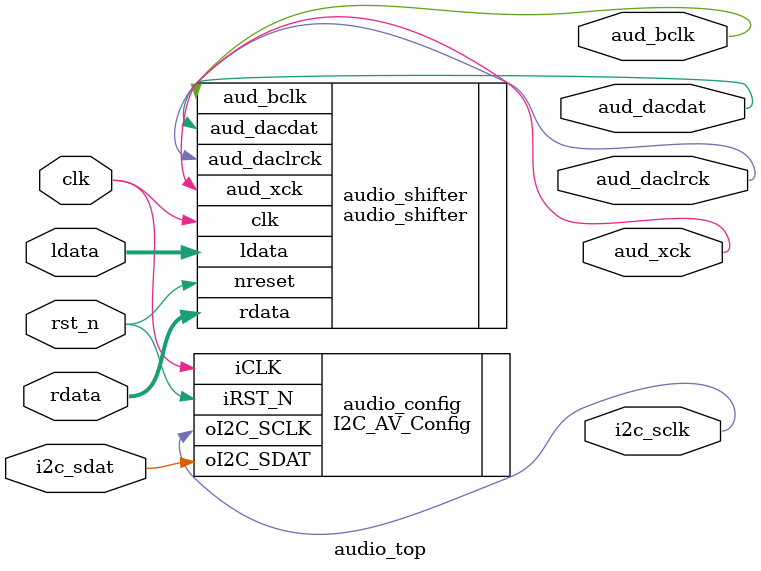
<source format=v>
/********************************************/
/* audio_top.v                              */
/*                                          */
/* 2012, rok.krajnc@gmail.com               */
/* Simplified for non-Minimig use by AMR    */
/********************************************/


module audio_top (
  input  wire           clk,
  input  wire           rst_n,
  // audio shifter
  input  wire [ 15:0] rdata,
  input  wire [ 15:0] ldata,
  output wire           aud_bclk,
  output wire           aud_daclrck,
  output wire           aud_dacdat,
  output wire           aud_xck,
  // I2C audio config
  output wire           i2c_sclk,
  inout                 i2c_sdat
);



////////////////////////////////////////
// modules                            //
////////////////////////////////////////


// audio shifter
audio_shifter audio_shifter (
  .clk          (clk              ),
  .nreset       (rst_n            ),
  .rdata        (rdata            ),
  .ldata        (ldata            ),
  .aud_bclk     (aud_bclk         ),
  .aud_daclrck  (aud_daclrck      ),
  .aud_dacdat   (aud_dacdat       ),
  .aud_xck      (aud_xck          )
);


// I2C audio config
I2C_AV_Config audio_config (
  // host side
  .iCLK         (clk              ),
  .iRST_N       (rst_n            ),
  // i2c side
  .oI2C_SCLK    (i2c_sclk         ),
  .oI2C_SDAT    (i2c_sdat         )
);


endmodule


</source>
